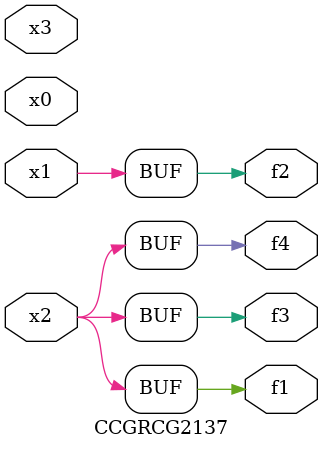
<source format=v>
module CCGRCG2137(
	input x0, x1, x2, x3,
	output f1, f2, f3, f4
);
	assign f1 = x2;
	assign f2 = x1;
	assign f3 = x2;
	assign f4 = x2;
endmodule

</source>
